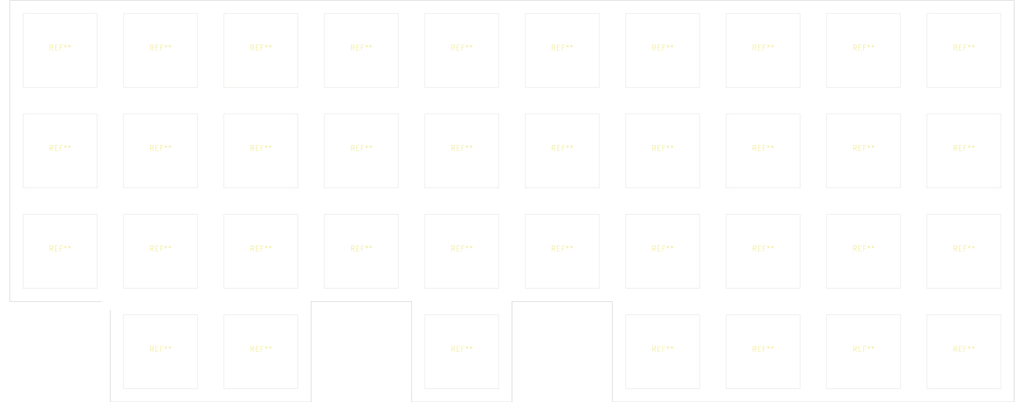
<source format=kicad_pcb>
(kicad_pcb (version 20240108) (generator "pcbnew") (generator_version "8.0")
  (layers (0 "F.Cu" signal) (31 "B.Cu" signal) (34 "B.Paste" user) (35 "F.Paste" user) (36 "B.SilkS" user "B.Silkscreen") (37 "F.SilkS" user "F.Silkscreen") (38 "B.Mask" user) (39 "F.Mask" user) (44 "Edge.Cuts" user))
  (net 0 "")
  (footprint "My_Parts:Gateron_LowProfile_2.0_CHole" (layer "F.Cu") (at 130.5 88.5)
    (property "Reference" "REF**" (at 0 -0.5 0) (layer "F.SilkS") (effects (font (thickness 0.1))))
    (property "Value" "Gateron_LowProfile_2.0_CHole")
    (fp_rect (start -7 -7) (end 7 7) (stroke (width 0.05)) (fill none) (layer "Edge.Cuts"))
  )
  (footprint "My_Parts:Gateron_LowProfile_2.0_CHole" (layer "F.Cu") (at 35.5 107.5)
    (property "Reference" "REF**" (at 0 -0.5 0) (layer "F.SilkS") (effects (font (thickness 0.1))))
    (property "Value" "Gateron_LowProfile_2.0_CHole")
    (fp_rect (start -7 -7) (end 7 7) (stroke (width 0.05)) (fill none) (layer "Edge.Cuts"))
  )
  (footprint "MountingHole:MountingHole_3.2mm_M3_ISO7380" (layer "F.Cu") (at 45 98)
    (property "Reference" "REF**" (hide yes))
    (property "Value" "MountingHole_3.2mm_M3_ISO7380")
    (pad "" np_thru_hole circle (at 0 0) (size 3.2 3.2) (drill 4.2) (layers "F&B.Cu" "*.Mask"))
  )
  (footprint "MountingHole:MountingHole_3.2mm_M3_ISO7380" (layer "F.Cu") (at 159 117)
    (property "Reference" "REF**" (hide yes))
    (property "Value" "MountingHole_3.2mm_M3_ISO7380")
    (pad "" np_thru_hole circle (at 0 0) (size 3.2 3.2) (drill 4.2) (layers "F&B.Cu" "*.Mask"))
  )
  (footprint "My_Parts:Gateron_LowProfile_2.0_CHole" (layer "F.Cu") (at 187.5 107.5)
    (property "Reference" "REF**" (at 0 -0.5 0) (layer "F.SilkS") (effects (font (thickness 0.1))))
    (property "Value" "Gateron_LowProfile_2.0_CHole")
    (fp_rect (start -7 -7) (end 7 7) (stroke (width 0.05)) (fill none) (layer "Edge.Cuts"))
  )
  (footprint "MountingHole:MountingHole_3.2mm_M3_ISO7380" (layer "F.Cu") (at 83 117)
    (property "Reference" "REF**" (hide yes))
    (property "Value" "MountingHole_3.2mm_M3_ISO7380")
    (pad "" np_thru_hole circle (at 0 0) (size 3.2 3.2) (drill 4.2) (layers "F&B.Cu" "*.Mask"))
  )
  (footprint "My_Parts:Gateron_LowProfile_2.0_CHole" (layer "F.Cu") (at 54.5 145.5)
    (property "Reference" "REF**" (at 0 -0.5 0) (layer "F.SilkS") (effects (font (thickness 0.1))))
    (property "Value" "Gateron_LowProfile_2.0_CHole")
    (fp_rect (start -7 -7) (end 7 7) (stroke (width 0.05)) (fill none) (layer "Edge.Cuts"))
  )
  (footprint "My_Parts:Gateron_LowProfile_2.0_CHole" (layer "F.Cu") (at 187.5 145.5)
    (property "Reference" "REF**" (at 0 -0.5 0) (layer "F.SilkS") (effects (font (thickness 0.1))))
    (property "Value" "Gateron_LowProfile_2.0_CHole")
    (fp_rect (start -7 -7) (end 7 7) (stroke (width 0.05)) (fill none) (layer "Edge.Cuts"))
  )
  (footprint "My_Parts:Gateron_LowProfile_2.0_CHole" (layer "F.Cu") (at 92.5 88.5)
    (property "Reference" "REF**" (at 0 -0.5 0) (layer "F.SilkS") (effects (font (thickness 0.1))))
    (property "Value" "Gateron_LowProfile_2.0_CHole")
    (fp_rect (start -7 -7) (end 7 7) (stroke (width 0.05)) (fill none) (layer "Edge.Cuts"))
  )
  (footprint "My_Parts:Gateron_LowProfile_2.0_CHole" (layer "F.Cu") (at 187.5 126.5)
    (property "Reference" "REF**" (at 0 -0.5 0) (layer "F.SilkS") (effects (font (thickness 0.1))))
    (property "Value" "Gateron_LowProfile_2.0_CHole")
    (fp_rect (start -7 -7) (end 7 7) (stroke (width 0.05)) (fill none) (layer "Edge.Cuts"))
  )
  (footprint "My_Parts:Gateron_LowProfile_2.0_CHole" (layer "F.Cu") (at 73.5 126.5)
    (property "Reference" "REF**" (at 0 -0.5 0) (layer "F.SilkS") (effects (font (thickness 0.1))))
    (property "Value" "Gateron_LowProfile_2.0_CHole")
    (fp_rect (start -7 -7) (end 7 7) (stroke (width 0.05)) (fill none) (layer "Edge.Cuts"))
  )
  (footprint "My_Parts:Gateron_LowProfile_2.0_CHole" (layer "F.Cu") (at 73.5 107.5)
    (property "Reference" "REF**" (at 0 -0.5 0) (layer "F.SilkS") (effects (font (thickness 0.1))))
    (property "Value" "Gateron_LowProfile_2.0_CHole")
    (fp_rect (start -7 -7) (end 7 7) (stroke (width 0.05)) (fill none) (layer "Edge.Cuts"))
  )
  (footprint "My_Parts:Gateron_LowProfile_2.0_CHole" (layer "F.Cu") (at 130.5 126.5)
    (property "Reference" "REF**" (at 0 -0.5 0) (layer "F.SilkS") (effects (font (thickness 0.1))))
    (property "Value" "Gateron_LowProfile_2.0_CHole")
    (fp_rect (start -7 -7) (end 7 7) (stroke (width 0.05)) (fill none) (layer "Edge.Cuts"))
  )
  (footprint "My_Parts:Gateron_LowProfile_2.0_CHole" (layer "F.Cu") (at 206.5 126.5)
    (property "Reference" "REF**" (at 0 -0.5 0) (layer "F.SilkS") (effects (font (thickness 0.1))))
    (property "Value" "Gateron_LowProfile_2.0_CHole")
    (fp_rect (start -7 -7) (end 7 7) (stroke (width 0.05)) (fill none) (layer "Edge.Cuts"))
  )
  (footprint "My_Parts:Gateron_LowProfile_2.0_CHole" (layer "F.Cu") (at 54.5 88.5)
    (property "Reference" "REF**" (at 0 -0.5 0) (layer "F.SilkS") (effects (font (thickness 0.1))))
    (property "Value" "Gateron_LowProfile_2.0_CHole")
    (fp_rect (start -7 -7) (end 7 7) (stroke (width 0.05)) (fill none) (layer "Edge.Cuts"))
  )
  (footprint "My_Parts:Gateron_LowProfile_2.0_CHole" (layer "F.Cu") (at 168.5 126.5)
    (property "Reference" "REF**" (at 0 -0.5 0) (layer "F.SilkS") (effects (font (thickness 0.1))))
    (property "Value" "Gateron_LowProfile_2.0_CHole")
    (fp_rect (start -7 -7) (end 7 7) (stroke (width 0.05)) (fill none) (layer "Edge.Cuts"))
  )
  (footprint "My_Parts:Gateron_LowProfile_2.0_CHole" (layer "F.Cu") (at 149.5 88.5)
    (property "Reference" "REF**" (at 0 -0.5 0) (layer "F.SilkS") (effects (font (thickness 0.1))))
    (property "Value" "Gateron_LowProfile_2.0_CHole")
    (fp_rect (start -7 -7) (end 7 7) (stroke (width 0.05)) (fill none) (layer "Edge.Cuts"))
  )
  (footprint "My_Parts:Gateron_LowProfile_2.0_CHole" (layer "F.Cu") (at 111.5 107.5)
    (property "Reference" "REF**" (at 0 -0.5 0) (layer "F.SilkS") (effects (font (thickness 0.1))))
    (property "Value" "Gateron_LowProfile_2.0_CHole")
    (fp_rect (start -7 -7) (end 7 7) (stroke (width 0.05)) (fill none) (layer "Edge.Cuts"))
  )
  (footprint "My_Parts:Gateron_LowProfile_2.0_CHole" (layer "F.Cu") (at 35.5 126.5)
    (property "Reference" "REF**" (at 0 -0.5 0) (layer "F.SilkS") (effects (font (thickness 0.1))))
    (property "Value" "Gateron_LowProfile_2.0_CHole")
    (fp_rect (start -7 -7) (end 7 7) (stroke (width 0.05)) (fill none) (layer "Edge.Cuts"))
  )
  (footprint "My_Parts:Gateron_LowProfile_2.0_CHole" (layer "F.Cu") (at 149.5 126.5)
    (property "Reference" "REF**" (at 0 -0.5 0) (layer "F.SilkS") (effects (font (thickness 0.1))))
    (property "Value" "Gateron_LowProfile_2.0_CHole")
    (fp_rect (start -7 -7) (end 7 7) (stroke (width 0.05)) (fill none) (layer "Edge.Cuts"))
  )
  (footprint "My_Parts:Gateron_LowProfile_2.0_CHole" (layer "F.Cu") (at 111.5 88.5)
    (property "Reference" "REF**" (at 0 -0.5 0) (layer "F.SilkS") (effects (font (thickness 0.1))))
    (property "Value" "Gateron_LowProfile_2.0_CHole")
    (fp_rect (start -7 -7) (end 7 7) (stroke (width 0.05)) (fill none) (layer "Edge.Cuts"))
  )
  (footprint "My_Parts:Gateron_LowProfile_2.0_CHole" (layer "F.Cu") (at 206.5 107.5)
    (property "Reference" "REF**" (at 0 -0.5 0) (layer "F.SilkS") (effects (font (thickness 0.1))))
    (property "Value" "Gateron_LowProfile_2.0_CHole")
    (fp_rect (start -7 -7) (end 7 7) (stroke (width 0.05)) (fill none) (layer "Edge.Cuts"))
  )
  (footprint "My_Parts:Gateron_LowProfile_2.0_CHole" (layer "F.Cu") (at 54.5 107.5)
    (property "Reference" "REF**" (at 0 -0.5 0) (layer "F.SilkS") (effects (font (thickness 0.1))))
    (property "Value" "Gateron_LowProfile_2.0_CHole")
    (fp_rect (start -7 -7) (end 7 7) (stroke (width 0.05)) (fill none) (layer "Edge.Cuts"))
  )
  (footprint "My_Parts:Gateron_LowProfile_2.0_CHole" (layer "F.Cu") (at 149.5 145.5)
    (property "Reference" "REF**" (at 0 -0.5 0) (layer "F.SilkS") (effects (font (thickness 0.1))))
    (property "Value" "Gateron_LowProfile_2.0_CHole")
    (fp_rect (start -7 -7) (end 7 7) (stroke (width 0.05)) (fill none) (layer "Edge.Cuts"))
  )
  (footprint "My_Parts:Gateron_LowProfile_2.0_CHole" (layer "F.Cu") (at 111.5 126.5)
    (property "Reference" "REF**" (at 0 -0.5 0) (layer "F.SilkS") (effects (font (thickness 0.1))))
    (property "Value" "Gateron_LowProfile_2.0_CHole")
    (fp_rect (start -7 -7) (end 7 7) (stroke (width 0.05)) (fill none) (layer "Edge.Cuts"))
  )
  (footprint "My_Parts:Gateron_LowProfile_2.0_CHole" (layer "F.Cu") (at 35.5 88.5)
    (property "Reference" "REF**" (at 0 -0.5 0) (layer "F.SilkS") (effects (font (thickness 0.1))))
    (property "Value" "Gateron_LowProfile_2.0_CHole")
    (fp_rect (start -7 -7) (end 7 7) (stroke (width 0.05)) (fill none) (layer "Edge.Cuts"))
  )
  (footprint "My_Parts:Gateron_LowProfile_2.0_CHole" (layer "F.Cu") (at 54.5 126.5)
    (property "Reference" "REF**" (at 0 -0.5 0) (layer "F.SilkS") (effects (font (thickness 0.1))))
    (property "Value" "Gateron_LowProfile_2.0_CHole")
    (fp_rect (start -7 -7) (end 7 7) (stroke (width 0.05)) (fill none) (layer "Edge.Cuts"))
  )
  (footprint "My_Parts:Gateron_LowProfile_2.0_CHole" (layer "F.Cu") (at 168.5 88.5)
    (property "Reference" "REF**" (at 0 -0.5 0) (layer "F.SilkS") (effects (font (thickness 0.1))))
    (property "Value" "Gateron_LowProfile_2.0_CHole")
    (fp_rect (start -7 -7) (end 7 7) (stroke (width 0.05)) (fill none) (layer "Edge.Cuts"))
  )
  (footprint "My_Parts:Gateron_LowProfile_2.0_CHole" (layer "F.Cu") (at 149.5 107.5)
    (property "Reference" "REF**" (at 0 -0.5 0) (layer "F.SilkS") (effects (font (thickness 0.1))))
    (property "Value" "Gateron_LowProfile_2.0_CHole")
    (fp_rect (start -7 -7) (end 7 7) (stroke (width 0.05)) (fill none) (layer "Edge.Cuts"))
  )
  (footprint "MountingHole:MountingHole_3.2mm_M3_ISO7380" (layer "F.Cu") (at 45 136)
    (property "Reference" "REF**" (hide yes))
    (property "Value" "MountingHole_3.2mm_M3_ISO7380")
    (pad "" np_thru_hole circle (at 0 0) (size 3.2 3.2) (drill 4.2) (layers "F&B.Cu" "*.Mask"))
  )
  (footprint "My_Parts:Gateron_LowProfile_2.0_CHole" (layer "F.Cu") (at 206.5 88.5)
    (property "Reference" "REF**" (at 0 -0.5 0) (layer "F.SilkS") (effects (font (thickness 0.1))))
    (property "Value" "Gateron_LowProfile_2.0_CHole")
    (fp_rect (start -7 -7) (end 7 7) (stroke (width 0.05)) (fill none) (layer "Edge.Cuts"))
  )
  (footprint "My_Parts:Gateron_LowProfile_2.0_CHole" (layer "F.Cu") (at 206.5 145.5)
    (property "Reference" "REF**" (at 0 -0.5 0) (layer "F.SilkS") (effects (font (thickness 0.1))))
    (property "Value" "Gateron_LowProfile_2.0_CHole")
    (fp_rect (start -7 -7) (end 7 7) (stroke (width 0.05)) (fill none) (layer "Edge.Cuts"))
  )
  (footprint "My_Parts:Gateron_LowProfile_2.0_CHole" (layer "F.Cu") (at 130.5 107.5)
    (property "Reference" "REF**" (at 0 -0.5 0) (layer "F.SilkS") (effects (font (thickness 0.1))))
    (property "Value" "Gateron_LowProfile_2.0_CHole")
    (fp_rect (start -7 -7) (end 7 7) (stroke (width 0.05)) (fill none) (layer "Edge.Cuts"))
  )
  (footprint "My_Parts:Gateron_LowProfile_2.0_CHole" (layer "F.Cu") (at 73.5 88.5)
    (property "Reference" "REF**" (at 0 -0.5 0) (layer "F.SilkS") (effects (font (thickness 0.1))))
    (property "Value" "Gateron_LowProfile_2.0_CHole")
    (fp_rect (start -7 -7) (end 7 7) (stroke (width 0.05)) (fill none) (layer "Edge.Cuts"))
  )
  (footprint "My_Parts:Gateron_LowProfile_2.0_CHole" (layer "F.Cu") (at 92.5 107.5)
    (property "Reference" "REF**" (at 0 -0.5 0) (layer "F.SilkS") (effects (font (thickness 0.1))))
    (property "Value" "Gateron_LowProfile_2.0_CHole")
    (fp_rect (start -7 -7) (end 7 7) (stroke (width 0.05)) (fill none) (layer "Edge.Cuts"))
  )
  (footprint "My_Parts:Gateron_LowProfile_2.0_CHole" (layer "F.Cu") (at 92.5 126.5)
    (property "Reference" "REF**" (at 0 -0.5 0) (layer "F.SilkS") (effects (font (thickness 0.1))))
    (property "Value" "Gateron_LowProfile_2.0_CHole")
    (fp_rect (start -7 -7) (end 7 7) (stroke (width 0.05)) (fill none) (layer "Edge.Cuts"))
  )
  (footprint "My_Parts:Gateron_LowProfile_2.0_CHole" (layer "F.Cu") (at 187.5 88.5)
    (property "Reference" "REF**" (at 0 -0.5 0) (layer "F.SilkS") (effects (font (thickness 0.1))))
    (property "Value" "Gateron_LowProfile_2.0_CHole")
    (fp_rect (start -7 -7) (end 7 7) (stroke (width 0.05)) (fill none) (layer "Edge.Cuts"))
  )
  (footprint "My_Parts:Gateron_LowProfile_2.0_CHole" (layer "F.Cu") (at 111.5 145.5)
    (property "Reference" "REF**" (at 0 -0.5 0) (layer "F.SilkS") (effects (font (thickness 0.1))))
    (property "Value" "Gateron_LowProfile_2.0_CHole")
    (fp_rect (start -7 -7) (end 7 7) (stroke (width 0.05)) (fill none) (layer "Edge.Cuts"))
  )
  (footprint "My_Parts:Gateron_LowProfile_2.0_CHole" (layer "F.Cu") (at 73.5 145.5)
    (property "Reference" "REF**" (at 0 -0.5 0) (layer "F.SilkS") (effects (font (thickness 0.1))))
    (property "Value" "Gateron_LowProfile_2.0_CHole")
    (fp_rect (start -7 -7) (end 7 7) (stroke (width 0.05)) (fill none) (layer "Edge.Cuts"))
  )
  (footprint "My_Parts:Gateron_LowProfile_2.0_CHole" (layer "F.Cu") (at 168.5 145.5)
    (property "Reference" "REF**" (at 0 -0.5 0) (layer "F.SilkS") (effects (font (thickness 0.1))))
    (property "Value" "Gateron_LowProfile_2.0_CHole")
    (fp_rect (start -7 -7) (end 7 7) (stroke (width 0.05)) (fill none) (layer "Edge.Cuts"))
  )
  (footprint "My_Parts:Gateron_LowProfile_2.0_CHole" (layer "F.Cu") (at 168.5 107.5)
    (property "Reference" "REF**" (at 0 -0.5 0) (layer "F.SilkS") (effects (font (thickness 0.1))))
    (property "Value" "Gateron_LowProfile_2.0_CHole")
    (fp_rect (start -7 -7) (end 7 7) (stroke (width 0.05)) (fill none) (layer "Edge.Cuts"))
  )
  (footprint "MountingHole:MountingHole_3.2mm_M3_ISO7380" (layer "F.Cu") (at 197 136)
    (property "Reference" "REF**" (hide yes))
    (property "Value" "MountingHole_3.2mm_M3_ISO7380")
    (pad "" np_thru_hole circle (at 0 0) (size 3.2 3.2) (drill 4.2) (layers "F&B.Cu" "*.Mask"))
  )
  (footprint "MountingHole:MountingHole_3.2mm_M3_ISO7380" (layer "F.Cu") (at 197 98)
    (property "Reference" "REF**" (hide yes))
    (property "Value" "MountingHole_3.2mm_M3_ISO7380")
    (pad "" np_thru_hole circle (at 0 0) (size 3.2 3.2) (drill 4.2) (layers "F&B.Cu" "*.Mask"))
  )
  (gr_line (start 140 136) (end 140 155) (stroke (width 0.1)) (layer "Edge.Cuts"))
  (gr_line (start 216 79) (end 26 79) (stroke (width 0.1)) (layer "Edge.Cuts"))
  (gr_line (start 216 155) (end 216 79) (stroke (width 0.1)) (layer "Edge.Cuts"))
  (gr_line (start 102 136) (end 102 155) (stroke (width 0.1)) (layer "Edge.Cuts"))
  (gr_line (start 83 136) (end 83 155) (stroke (width 0.1)) (layer "Edge.Cuts"))
  (gr_line (start 102 155) (end 121 155) (stroke (width 0.1)) (layer "Edge.Cuts"))
  (gr_line (start 45 136) (end 45 155) (stroke (width 0.1)) (layer "Edge.Cuts"))
  (gr_line (start 45 155) (end 83 155) (stroke (width 0.1)) (layer "Edge.Cuts"))
  (gr_line (start 26 136) (end 45 136) (stroke (width 0.1)) (layer "Edge.Cuts"))
  (gr_line (start 140 155) (end 216 155) (stroke (width 0.1)) (layer "Edge.Cuts"))
  (gr_line (start 26 79) (end 26 136) (stroke (width 0.1)) (layer "Edge.Cuts"))
  (gr_line (start 121 136) (end 121 155) (stroke (width 0.1)) (layer "Edge.Cuts"))
  (gr_line (start 83 136) (end 102 136) (stroke (width 0.1)) (layer "Edge.Cuts"))
  (gr_line (start 121 136) (end 140 136) (stroke (width 0.1)) (layer "Edge.Cuts"))
)
</source>
